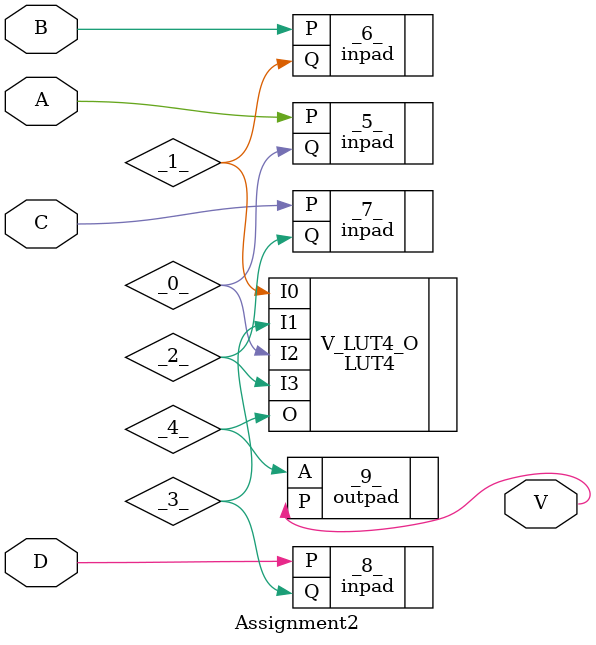
<source format=v>
/* Generated by Yosys 0.9+2406 (git sha1 9ac3484, x86_64-conda_cos6-linux-gnu-gcc 1.24.0.133_b0863d8_dirty -fvisibility-inlines-hidden -fmessage-length=0 -march=nocona -mtune=haswell -ftree-vectorize -fPIC -fstack-protector-strong -fno-plt -O2 -ffunction-sections -fdebug-prefix-map=/root/anaconda3/conda-bld/yosys_1607410735049/work=/usr/local/src/conda/yosys-0.8.0_0003_e80fb742f_20201208_122808 -fdebug-prefix-map=/home/vedula/qorc-sdk/fpga_toolchain_install/v1.3.1/conda=/usr/local/src/conda-prefix -fPIC -Os) */

(* top =  1  *)
(* src = "/home/vedula/qorc-sdk/fpga-examples/Ass2/Ass2.v:1.1-20.10" *)
module Assignment2(A, B, C, D, V);
  wire _0_;
  wire _1_;
  wire _2_;
  wire _3_;
  wire _4_;
  (* src = "/home/vedula/qorc-sdk/fpga-examples/Ass2/Ass2.v:2.12-2.13" *)
  input A;
  (* src = "/home/vedula/qorc-sdk/fpga-examples/Ass2/Ass2.v:3.12-3.13" *)
  input B;
  (* src = "/home/vedula/qorc-sdk/fpga-examples/Ass2/Ass2.v:4.12-4.13" *)
  input C;
  (* src = "/home/vedula/qorc-sdk/fpga-examples/Ass2/Ass2.v:5.12-5.13" *)
  input D;
  (* src = "/home/vedula/qorc-sdk/fpga-examples/Ass2/Ass2.v:7.17-7.18" *)
  output V;
  (* keep = 32'd1 *)
  inpad #(
    .IO_LOC("X3Y30"),
    .IO_PAD("18"),
    .IO_TYPE("SDIOMUX")
  ) _5_ (
    .P(A),
    .Q(_0_)
  );
  (* keep = 32'd1 *)
  inpad #(
    .IO_LOC("X2Y31"),
    .IO_PAD("21"),
    .IO_TYPE("SDIOMUX")
  ) _6_ (
    .P(B),
    .Q(_1_)
  );
  (* keep = 32'd1 *)
  inpad #(
    .IO_LOC("X4Y32"),
    .IO_PAD("23"),
    .IO_TYPE("BIDIR")
  ) _7_ (
    .P(C),
    .Q(_2_)
  );
  (* keep = 32'd1 *)
  inpad #(
    .IO_LOC("X8Y32"),
    .IO_PAD("26"),
    .IO_TYPE("BIDIR")
  ) _8_ (
    .P(D),
    .Q(_3_)
  );
  (* keep = 32'd1 *)
  outpad #(
    .IO_LOC("X12Y3"),
    .IO_PAD("3"),
    .IO_TYPE("BIDIR")
  ) _9_ (
    .A(_4_),
    .P(V)
  );
  (* module_not_derived = 32'd1 *)
  (* src = "/home/vedula/qorc-sdk/fpga_toolchain_install/v1.3.1/conda/bin/../share/yosys/quicklogic/pp3_lut_map.v:40.63-40.132" *)
  LUT4 #(
    .EQN("(I0*I1*~I2*~I3)+(I0*~I1*I2*~I3)+(I0*~I1*~I2*I3)+(I0*I1*~I2*I3)+(I0*~I1*I2*I3)+(I0*I1*I2*I3)"),
    .INIT(16'haa28)
  ) V_LUT4_O (
    .I0(_1_),
    .I1(_3_),
    .I2(_0_),
    .I3(_2_),
    .O(_4_)
  );
endmodule

</source>
